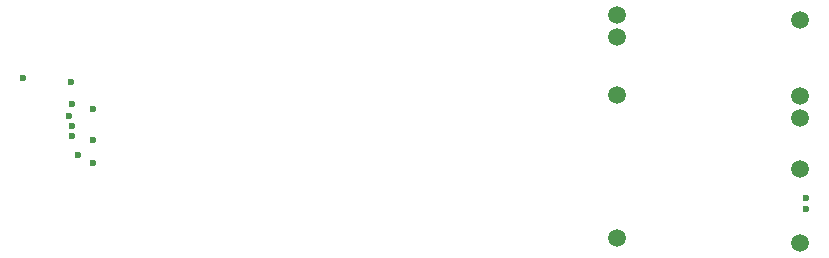
<source format=gbr>
%TF.GenerationSoftware,KiCad,Pcbnew,9.0.6*%
%TF.CreationDate,2025-11-09T20:54:40-05:00*%
%TF.ProjectId,TTEFI,54544546-492e-46b6-9963-61645f706362,rev?*%
%TF.SameCoordinates,Original*%
%TF.FileFunction,Soldermask,Bot*%
%TF.FilePolarity,Negative*%
%FSLAX46Y46*%
G04 Gerber Fmt 4.6, Leading zero omitted, Abs format (unit mm)*
G04 Created by KiCad (PCBNEW 9.0.6) date 2025-11-09 20:54:40*
%MOMM*%
%LPD*%
G01*
G04 APERTURE LIST*
%ADD10C,1.500000*%
%ADD11C,0.600000*%
%ADD12C,0.599999*%
G04 APERTURE END LIST*
D10*
%TO.C,M1*%
X160199996Y-90799982D03*
X160199996Y-97199979D03*
X160199996Y-99099982D03*
X160199996Y-103399982D03*
D11*
X160649995Y-105799979D03*
X160649995Y-106799980D03*
D10*
X160199996Y-109649982D03*
X144699999Y-90349980D03*
X144699999Y-92199979D03*
X144699999Y-97149982D03*
X144699999Y-109199980D03*
%TD*%
D12*
%TO.C,M3*%
X98490052Y-97900393D03*
X100325062Y-98325401D03*
X98275054Y-98875398D03*
X98490049Y-99750357D03*
X98565056Y-100600380D03*
X100325062Y-100925396D03*
X99015062Y-102225363D03*
X100325062Y-102875380D03*
X94400047Y-95700377D03*
X98475053Y-96000379D03*
%TD*%
M02*

</source>
